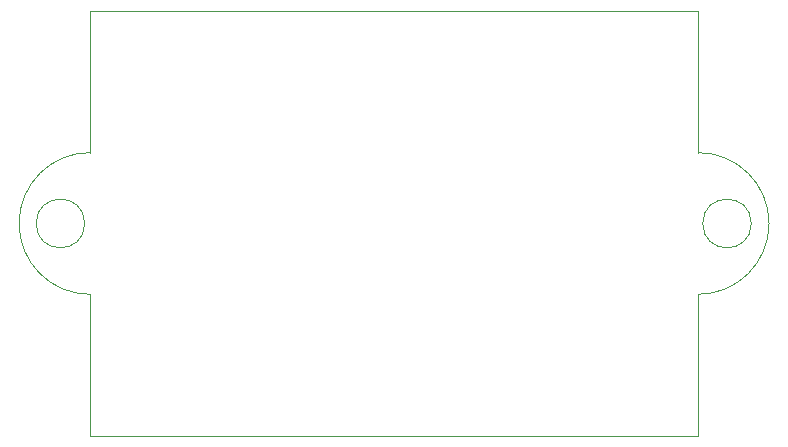
<source format=gbr>
%TF.GenerationSoftware,KiCad,Pcbnew,(5.1.6)-1*%
%TF.CreationDate,2021-10-24T20:30:52+03:00*%
%TF.ProjectId,INTERVER_OSCILLATER,494e5445-5256-4455-925f-4f5343494c4c,0*%
%TF.SameCoordinates,Original*%
%TF.FileFunction,Profile,NP*%
%FSLAX46Y46*%
G04 Gerber Fmt 4.6, Leading zero omitted, Abs format (unit mm)*
G04 Created by KiCad (PCBNEW (5.1.6)-1) date 2021-10-24 20:30:52*
%MOMM*%
%LPD*%
G01*
G04 APERTURE LIST*
%TA.AperFunction,Profile*%
%ADD10C,0.050000*%
%TD*%
G04 APERTURE END LIST*
D10*
X185500001Y-97000000D02*
G75*
G03*
X185500001Y-97000000I-2061553J0D01*
G01*
X129061553Y-97000000D02*
G75*
G03*
X129061553Y-97000000I-2061553J0D01*
G01*
X129500000Y-103000000D02*
X129500000Y-115000000D01*
X129500000Y-91000000D02*
X129500000Y-79000000D01*
X129500000Y-103000000D02*
G75*
G02*
X129500000Y-91000000I0J6000000D01*
G01*
X181000000Y-103000000D02*
X181000000Y-115000000D01*
X181000000Y-91000000D02*
X181000000Y-79000000D01*
X181000000Y-91000000D02*
G75*
G02*
X181000000Y-103000000I0J-6000000D01*
G01*
X181000000Y-115000000D02*
X129500000Y-115000000D01*
X129500000Y-79000000D02*
X181000000Y-79000000D01*
M02*

</source>
